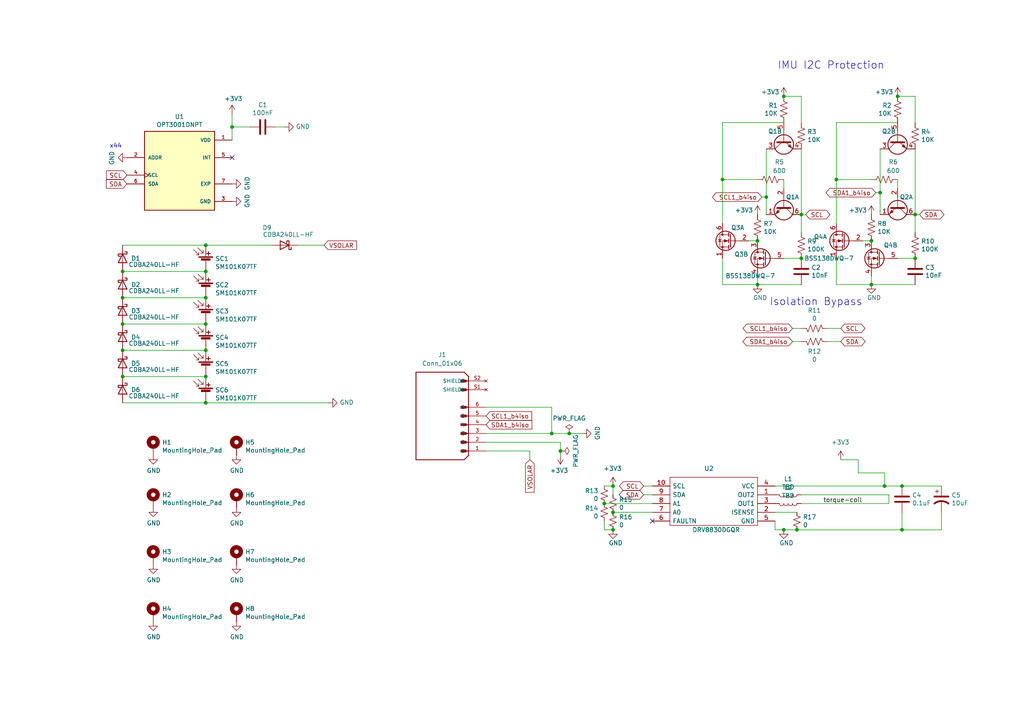
<source format=kicad_sch>
(kicad_sch (version 20211123) (generator eeschema)
  (paper "A4")
  (title_block (title "Solar Panel Board +-X") (date "2021-08-03") (rev "V0") (company "Stanford SSI"))
  (lib_symbols
    (symbol "Device:C" (pin_numbers hide) (pin_names (offset 0.254))
      (property "Reference" "C" (at 0.635 2.54 0))
      (property "Value" "Device_C" (at 0.635 -2.54 0))
      (symbol "C_0_1"
        (polyline (pts (xy -2.032 -0.762) (xy 2.032 -0.762)) (stroke (width 0.508)))
        (polyline (pts (xy -2.032 0.762) (xy 2.032 0.762)) (stroke (width 0.508)))
      )
      (symbol "C_1_1"
        (pin passive line (at 0 3.81 270) (length 2.794) (name "~") (number "1"))
        (pin passive line (at 0 -3.81 90) (length 2.794) (name "~") (number "2"))
      )
    )
    (symbol "Device:CP1" (pin_numbers hide) (pin_names (offset 0.254) hide)
      (property "Reference" "C" (at 0.635 2.54 0))
      (property "Value" "Device_CP1" (at 0.635 -2.54 0))
      (symbol "CP1_0_1"
        (polyline (pts (xy -2.032 0.762) (xy 2.032 0.762)) (stroke (width 0.508)))
        (polyline (pts (xy -1.778 2.286) (xy -0.762 2.286)))
        (polyline (pts (xy -1.27 1.778) (xy -1.27 2.794)))
        (arc (start 2.032 -1.27) (mid 0 -0.5572) (end -2.032 -1.27) (stroke (width 0.508)))
      )
      (symbol "CP1_1_1"
        (pin passive line (at 0 3.81 270) (length 2.794) (name "~") (number "1"))
        (pin passive line (at 0 -3.81 90) (length 3.302) (name "~") (number "2"))
      )
    )
    (symbol "Device:D_Schottky" (pin_numbers hide) (pin_names (offset 1.016) hide)
      (property "Reference" "D" (at 0 2.54 0))
      (property "Value" "Device_D_Schottky" (at 0 -2.54 0))
      (symbol "D_Schottky_0_1"
        (polyline (pts (xy 1.27 0) (xy -1.27 0)))
        (polyline (pts (xy 1.27 1.27) (xy 1.27 -1.27) (xy -1.27 0) (xy 1.27 1.27)) (stroke (width 0.254)))
        (polyline (pts (xy -1.905 0.635) (xy -1.905 1.27) (xy -1.27 1.27) (xy -1.27 -1.27) (xy -0.635 -1.27) (xy -0.635 -0.635)) (stroke (width 0.254)))
      )
      (symbol "D_Schottky_1_1"
        (pin passive line (at -3.81 0 0) (length 2.54) (name "K") (number "1"))
        (pin passive line (at 3.81 0 180) (length 2.54) (name "A") (number "2"))
      )
    )
    (symbol "Device:L" (pin_numbers hide) (pin_names (offset 1.016) hide)
      (property "Reference" "L" (at -1.27 0 90))
      (property "Value" "L" (at 1.905 0 90))
      (symbol "L_0_1"
        (arc (start 0 -2.54) (mid 0.635 -1.905) (end 0 -1.27))
        (arc (start 0 -1.27) (mid 0.635 -0.635) (end 0 0))
        (arc (start 0 0) (mid 0.635 0.635) (end 0 1.27))
        (arc (start 0 1.27) (mid 0.635 1.905) (end 0 2.54))
      )
      (symbol "L_1_1"
        (pin passive line (at 0 3.81 270) (length 1.27) (name "1") (number "1"))
        (pin passive line (at 0 -3.81 90) (length 1.27) (name "2") (number "2"))
      )
    )
    (symbol "Device:R_Small_US" (pin_numbers hide) (pin_names (offset 0.254) hide)
      (property "Reference" "R" (at 0.762 0.508 0))
      (property "Value" "R_Small_US" (at 0.762 -1.016 0))
      (symbol "R_Small_US_1_1"
        (polyline (pts (xy 0 0) (xy 1.016 -0.381) (xy 0 -0.762) (xy -1.016 -1.143) (xy 0 -1.524)))
        (polyline (pts (xy 0 1.524) (xy 1.016 1.143) (xy 0 0.762) (xy -1.016 0.381) (xy 0 0)))
        (pin passive line (at 0 2.54 270) (length 1.016) (name "~") (number "1"))
        (pin passive line (at 0 -2.54 90) (length 1.016) (name "~") (number "2"))
      )
    )
    (symbol "Device:R_US" (pin_numbers hide) (pin_names (offset 0))
      (property "Reference" "R" (at 2.54 0 90))
      (property "Value" "Device_R_US" (at -2.54 0 90))
      (symbol "R_US_0_1"
        (polyline (pts (xy 0 -2.286) (xy 0 -2.54)))
        (polyline (pts (xy 0 2.286) (xy 0 2.54)))
        (polyline (pts (xy 0 -0.762) (xy 1.016 -1.143) (xy 0 -1.524) (xy -1.016 -1.905) (xy 0 -2.286)))
        (polyline (pts (xy 0 0.762) (xy 1.016 0.381) (xy 0 0) (xy -1.016 -0.381) (xy 0 -0.762)))
        (polyline (pts (xy 0 2.286) (xy 1.016 1.905) (xy 0 1.524) (xy -1.016 1.143) (xy 0 0.762)))
      )
      (symbol "R_US_1_1"
        (pin passive line (at 0 3.81 270) (length 1.27) (name "~") (number "1"))
        (pin passive line (at 0 -3.81 90) (length 1.27) (name "~") (number "2"))
      )
    )
    (symbol "Device:Solar_Cell" (pin_numbers hide) (pin_names (offset 0) hide)
      (property "Reference" "SC" (at 2.54 2.54 0))
      (property "Value" "Device_Solar_Cell" (at 2.54 0 0))
      (symbol "Solar_Cell_0_1"
        (rectangle (start -2.032 1.778) (end 2.032 1.524) (fill (type outline)))
        (rectangle (start -1.3208 1.1938) (end 1.27 0.6858) (fill (type outline)))
        (polyline (pts (xy -2.032 2.286) (xy -3.556 3.81)))
        (polyline (pts (xy -0.762 2.794) (xy -2.286 4.318)))
        (polyline (pts (xy 0 0.762) (xy 0 0)))
        (polyline (pts (xy 0 1.778) (xy 0 2.54)))
        (polyline (pts (xy 0.254 2.667) (xy 1.27 2.667)) (stroke (width 0.254)))
        (polyline (pts (xy 0.762 3.175) (xy 0.762 2.159)) (stroke (width 0.254)))
        (polyline (pts (xy -2.032 3.048) (xy -2.032 2.286) (xy -2.794 2.286)))
        (polyline (pts (xy -0.762 3.556) (xy -0.762 2.794) (xy -1.524 2.794)))
      )
      (symbol "Solar_Cell_1_1"
        (pin passive line (at 0 5.08 270) (length 2.54) (name "+") (number "1"))
        (pin passive line (at 0 -2.54 90) (length 2.54) (name "-") (number "2"))
      )
    )
    (symbol "Mechanical:MountingHole_Pad" (pin_numbers hide) (pin_names (offset 1.016) hide)
      (property "Reference" "H" (at 0 6.35 0))
      (property "Value" "Mechanical_MountingHole_Pad" (at 0 4.445 0))
      (symbol "MountingHole_Pad_0_1"
        (circle (center 0 1.27) (radius 1.27) (stroke (width 1.27)))
      )
      (symbol "MountingHole_Pad_1_1"
        (pin input line (at 0 -2.54 90) (length 2.54) (name "1") (number "1"))
      )
    )
    (symbol "Transistor_BJT:MBT2222ADW1T1" (pin_names (offset 0) hide)
      (property "Reference" "Q" (at 5.08 1.27 0))
      (property "Value" "MBT2222ADW1T1" (at 5.08 -1.27 0))
      (symbol "MBT2222ADW1T1_0_1"
        (polyline (pts (xy 0.635 0) (xy -2.54 0)))
        (polyline (pts (xy 0.635 0.635) (xy 2.54 2.54)))
        (polyline (pts (xy 0.635 -0.635) (xy 2.54 -2.54) (xy 2.54 -2.54)))
        (polyline (pts (xy 0.635 1.905) (xy 0.635 -1.905) (xy 0.635 -1.905)) (stroke (width 0.508)))
        (polyline (pts (xy 1.27 -1.778) (xy 1.778 -1.27) (xy 2.286 -2.286) (xy 1.27 -1.778) (xy 1.27 -1.778)) (fill (type outline)))
        (circle (center 1.27 0) (radius 2.8194) (stroke (width 0.254)))
      )
      (symbol "MBT2222ADW1T1_1_1"
        (pin passive line (at 2.54 -5.08 90) (length 2.54) (name "E1") (number "1"))
        (pin input line (at -5.08 0 0) (length 2.54) (name "B1") (number "2"))
        (pin passive line (at 2.54 5.08 270) (length 2.54) (name "C1") (number "6"))
      )
      (symbol "MBT2222ADW1T1_2_1"
        (pin passive line (at 2.54 5.08 270) (length 2.54) (name "C2") (number "3"))
        (pin passive line (at 2.54 -5.08 90) (length 2.54) (name "E2") (number "4"))
        (pin input line (at -5.08 0 0) (length 2.54) (name "B2") (number "5"))
      )
    )
    (symbol "power:+3.3V" (power) (pin_names (offset 0))
      (property "Value" "power_+3.3V" (at 0 3.556 0))
      (symbol "+3.3V_0_1"
        (polyline (pts (xy -0.762 1.27) (xy 0 2.54)))
        (polyline (pts (xy 0 0) (xy 0 2.54)))
        (polyline (pts (xy 0 2.54) (xy 0.762 1.27)))
      )
      (symbol "+3.3V_1_1"
        (pin power_in line (at 0 0 90) (length 0) hide (name "+3V3") (number "1"))
      )
    )
    (symbol "power:GND" (power) (pin_names (offset 0))
      (property "Value" "power_GND" (at 0 -3.81 0))
      (symbol "GND_0_1"
        (polyline (pts (xy 0 0) (xy 0 -1.27) (xy 1.27 -1.27) (xy 0 -2.54) (xy -1.27 -1.27) (xy 0 -1.27)))
      )
      (symbol "GND_1_1"
        (pin power_in line (at 0 0 270) (length 0) hide (name "GND") (number "1"))
      )
    )
    (symbol "power:PWR_FLAG" (power) (pin_numbers hide) (pin_names (offset 0) hide)
      (property "Value" "power_PWR_FLAG" (at 0 3.81 0))
      (symbol "PWR_FLAG_0_0"
        (pin power_out line (at 0 0 90) (length 0) (name "pwr") (number "1"))
      )
      (symbol "PWR_FLAG_0_1"
        (polyline (pts (xy 0 0) (xy 0 1.27) (xy -1.016 1.905) (xy 0 2.54) (xy 1.016 1.905) (xy 0 1.27)))
      )
    )
    (symbol "sapling:2053380006" (pin_names (offset 1.016))
      (property "Reference" "J" (at -7.62 13.97 0))
      (property "Value" "sapling_2053380006" (at -7.62 -15.24 0))
      (symbol "2053380006_0_0"
        (rectangle (start -6.985 -10.4648) (end -5.3848 -9.8298) (fill (type outline)))
        (rectangle (start -6.985 -7.9248) (end -5.3848 -7.2898) (fill (type outline)))
        (rectangle (start -6.985 -2.8448) (end -5.3848 -2.2098) (fill (type outline)))
        (rectangle (start -6.985 -0.3048) (end -5.3848 0.3048) (fill (type outline)))
        (rectangle (start -6.985 2.2098) (end -5.3848 2.8448) (fill (type outline)))
        (rectangle (start -6.985 4.7498) (end -5.3848 5.3848) (fill (type outline)))
        (rectangle (start -6.985 7.2898) (end -5.3848 7.9248) (fill (type outline)))
        (rectangle (start -6.985 9.8298) (end -5.3848 10.4648) (fill (type outline)))
        (polyline (pts (xy -7.62 -11.43) (xy -6.35 -12.7)) (stroke (width 0.254)))
        (polyline (pts (xy -7.62 -10.16) (xy -5.715 -10.16)) (stroke (width 0.254)))
        (polyline (pts (xy -7.62 -7.62) (xy -5.715 -7.62)) (stroke (width 0.254)))
        (polyline (pts (xy -7.62 -2.54) (xy -7.62 -11.43)) (stroke (width 0.254)))
        (polyline (pts (xy -7.62 -2.54) (xy -5.715 -2.54)) (stroke (width 0.254)))
        (polyline (pts (xy -7.62 0) (xy -7.62 -2.54)) (stroke (width 0.254)))
        (polyline (pts (xy -7.62 0) (xy -5.715 0)) (stroke (width 0.254)))
        (polyline (pts (xy -7.62 2.54) (xy -7.62 0)) (stroke (width 0.254)))
        (polyline (pts (xy -7.62 2.54) (xy -5.715 2.54)) (stroke (width 0.254)))
        (polyline (pts (xy -7.62 5.08) (xy -7.62 2.54)) (stroke (width 0.254)))
        (polyline (pts (xy -7.62 5.08) (xy -5.715 5.08)) (stroke (width 0.254)))
        (polyline (pts (xy -7.62 7.62) (xy -5.715 7.62)) (stroke (width 0.254)))
        (polyline (pts (xy -7.62 10.16) (xy -5.715 10.16)) (stroke (width 0.254)))
        (polyline (pts (xy -7.62 11.43) (xy -7.62 5.08)) (stroke (width 0.254)))
        (polyline (pts (xy -7.62 11.43) (xy -6.35 12.7)) (stroke (width 0.254)))
        (polyline (pts (xy -6.35 -12.7) (xy 7.62 -12.7)) (stroke (width 0.254)))
        (polyline (pts (xy 7.62 -12.7) (xy 7.62 12.7)) (stroke (width 0.254)))
        (polyline (pts (xy 7.62 12.7) (xy -6.35 12.7)) (stroke (width 0.254)))
        (pin passive line (at -12.7 10.16 0) (length 5.08) (name "1") (number "1"))
        (pin passive line (at -12.7 7.62 0) (length 5.08) (name "2") (number "2"))
        (pin passive line (at -12.7 5.08 0) (length 5.08) (name "3") (number "3"))
        (pin passive line (at -12.7 2.54 0) (length 5.08) (name "4") (number "4"))
        (pin passive line (at -12.7 0 0) (length 5.08) (name "5") (number "5"))
        (pin passive line (at -12.7 -2.54 0) (length 5.08) (name "6") (number "6"))
        (pin no_connect line (at -12.7 -7.62 0) (length 5.08) (name "SHIELD1") (number "S1"))
        (pin no_connect line (at -12.7 -10.16 0) (length 5.08) (name "SHIELD2") (number "S2"))
      )
    )
    (symbol "sapling:BSS138DWQ-7" (pin_names (offset 0.762) hide)
      (property "Reference" "Q" (at -2.54 5.08 0))
      (property "Value" "BSS138DWQ-7" (at 3.81 6.35 0))
      (symbol "BSS138DWQ-7_1_1"
        (polyline (pts (xy -1.016 0) (xy -3.81 0)))
        (polyline (pts (xy -1.016 1.905) (xy -1.016 -1.905)) (stroke (width 0.254)))
        (polyline (pts (xy -0.508 -1.27) (xy -0.508 -2.286)) (stroke (width 0.254)))
        (polyline (pts (xy -0.508 0.508) (xy -0.508 -0.508)) (stroke (width 0.254)))
        (polyline (pts (xy -0.508 2.286) (xy -0.508 1.27)) (stroke (width 0.254)))
        (polyline (pts (xy 1.27 2.54) (xy 1.27 1.778)))
        (polyline (pts (xy 1.27 -2.54) (xy 1.27 0) (xy -0.508 0)))
        (polyline (pts (xy -0.508 -1.778) (xy 2.032 -1.778) (xy 2.032 1.778) (xy -0.508 1.778)))
        (polyline (pts (xy -0.254 0) (xy 0.762 0.381) (xy 0.762 -0.381) (xy -0.254 0)) (fill (type outline)))
        (polyline (pts (xy 1.524 0.508) (xy 1.651 0.381) (xy 2.413 0.381) (xy 2.54 0.254)))
        (polyline (pts (xy 2.032 0.381) (xy 1.651 -0.254) (xy 2.413 -0.254) (xy 2.032 0.381)))
        (circle (center 0.381 0) (radius 2.794) (stroke (width 0.254)))
        (circle (center 1.27 -1.778) (radius 0.254) (fill (type outline)))
        (circle (center 1.27 1.778) (radius 0.254) (fill (type outline)))
        (pin passive line (at 1.27 -5.08 90) (length 2.54) (name "S2") (number "1"))
        (pin input line (at -6.35 0 0) (length 2.54) (name "G2") (number "2"))
        (pin passive line (at 1.27 5.08 270) (length 2.54) (name "D1") (number "6"))
      )
      (symbol "BSS138DWQ-7_2_1"
        (polyline (pts (xy -1.016 0) (xy -3.81 0)))
        (polyline (pts (xy -1.016 1.905) (xy -1.016 -1.905)) (stroke (width 0.254)))
        (polyline (pts (xy -0.508 -1.27) (xy -0.508 -2.286)) (stroke (width 0.254)))
        (polyline (pts (xy -0.508 0.508) (xy -0.508 -0.508)) (stroke (width 0.254)))
        (polyline (pts (xy -0.508 2.286) (xy -0.508 1.27)) (stroke (width 0.254)))
        (polyline (pts (xy 1.27 2.54) (xy 1.27 1.778)))
        (polyline (pts (xy 1.27 -2.54) (xy 1.27 0) (xy -0.508 0)))
        (polyline (pts (xy -0.508 -1.778) (xy 2.032 -1.778) (xy 2.032 1.778) (xy -0.508 1.778)))
        (polyline (pts (xy -0.254 0) (xy 0.762 0.381) (xy 0.762 -0.381) (xy -0.254 0)) (fill (type outline)))
        (polyline (pts (xy 1.524 0.508) (xy 1.651 0.381) (xy 2.413 0.381) (xy 2.54 0.254)))
        (polyline (pts (xy 2.032 0.381) (xy 1.651 -0.254) (xy 2.413 -0.254) (xy 2.032 0.381)))
        (circle (center 0.381 0) (radius 2.794) (stroke (width 0.254)))
        (circle (center 1.27 -1.778) (radius 0.254) (fill (type outline)))
        (circle (center 1.27 1.778) (radius 0.254) (fill (type outline)))
        (pin passive line (at 1.27 5.08 270) (length 2.54) (name "D2") (number "3"))
        (pin passive line (at 1.27 -5.08 90) (length 2.54) (name "S1") (number "4"))
        (pin input line (at -6.35 0 0) (length 2.54) (name "G1") (number "5"))
      )
    )
    (symbol "sapling:OPT3001DNPT" (pin_names (offset 1.016))
      (property "Reference" "U" (at -10.16 13.97 0))
      (property "Value" "sapling_OPT3001DNPT" (at -6.35 -12.7 0))
      (symbol "OPT3001DNPT_0_0"
        (rectangle (start -10.16 -10.16) (end 10.16 12.7) (stroke (width 0.254)) (fill (type background)))
        (pin power_in line (at 15.24 10.16 180) (length 5.08) (name "VDD") (number "1"))
        (pin input line (at -15.24 5.08 0) (length 5.08) (name "ADDR") (number "2"))
        (pin power_in line (at 15.24 -7.62 180) (length 5.08) (name "GND") (number "3"))
        (pin input clock (at -15.24 0 0) (length 5.08) (name "SCL") (number "4"))
        (pin output line (at 15.24 5.08 180) (length 5.08) (name "INT") (number "5"))
        (pin bidirectional line (at -15.24 -2.54 0) (length 5.08) (name "SDA") (number "6"))
        (pin passive line (at 15.24 -2.54 180) (length 5.08) (name "EXP") (number "7"))
      )
    )
    (symbol "sapling:symbols_DRV8830DGQR" (pin_names (offset 0.762))
      (property "Reference" "U" (at 0 10.16 0))
      (property "Value" "symbols_DRV8830DGQR" (at -7.62 -7.62 0))
      (symbol "symbols_DRV8830DGQR_0_0"
        (pin output line (at -17.78 2.54 0) (length 5.08) (name "OUT2") (number "1"))
        (pin input line (at 17.78 5.08 180) (length 5.08) (name "SCL") (number "10"))
        (pin bidirectional line (at -17.78 -2.54 0) (length 5.08) (name "ISENSE") (number "2"))
        (pin output line (at -17.78 0 0) (length 5.08) (name "OUT1") (number "3"))
        (pin power_in line (at -17.78 5.08 0) (length 5.08) (name "VCC") (number "4"))
        (pin power_in line (at -17.78 -5.08 0) (length 5.08) (name "GND") (number "5"))
        (pin open_collector line (at 17.78 -5.08 180) (length 5.08) (name "FAULTN") (number "6"))
        (pin input line (at 17.78 -2.54 180) (length 5.08) (name "A0") (number "7"))
        (pin input line (at 17.78 0 180) (length 5.08) (name "A1") (number "8"))
        (pin bidirectional line (at 17.78 2.54 180) (length 5.08) (name "SDA") (number "9"))
      )
      (symbol "symbols_DRV8830DGQR_0_1"
        (rectangle (start -12.7 7.62) (end 12.7 -6.35))
      )
    )
  )
  (junction (at 67.31 36.83))
  (junction (at 265.43 74.93))
  (junction (at 35.56 101.6))
  (junction (at 260.35 27.94))
  (junction (at 177.8 140.97))
  (junction (at 261.62 153.67))
  (junction (at 59.69 78.74))
  (junction (at 242.57 52.07))
  (junction (at 35.56 86.36))
  (junction (at 232.41 62.23))
  (junction (at 175.26 146.05))
  (junction (at 177.8 148.59))
  (junction (at 265.43 62.23))
  (junction (at 59.69 109.22))
  (junction (at 59.69 101.6))
  (junction (at 222.25 57.15))
  (junction (at 35.56 78.74))
  (junction (at 219.71 69.85))
  (junction (at 256.54 140.97))
  (junction (at 227.33 27.94))
  (junction (at 35.56 93.98))
  (junction (at 59.69 86.36))
  (junction (at 261.62 140.97))
  (junction (at 59.69 116.84))
  (junction (at 160.02 125.73))
  (junction (at 255.27 55.88))
  (junction (at 35.56 109.22))
  (junction (at 231.14 153.67))
  (junction (at 252.73 69.85))
  (junction (at 177.8 153.67))
  (junction (at 59.69 93.98))
  (junction (at 219.71 82.55))
  (junction (at 209.55 52.07))
  (junction (at 165.1 125.73))
  (junction (at 59.69 71.12))
  (junction (at 232.41 74.93))
  (junction (at 252.73 82.55))
  (junction (at 162.56 130.81))
  (junction (at 227.33 153.67))
  (no_connect (at 67.31 45.72))
  (no_connect (at 189.23 151.13))
  (wire (pts (xy 177.8 143.51) (xy 177.8 140.97)))
  (wire (pts (xy 232.41 95.25) (xy 229.87 95.25)))
  (wire (pts (xy 189.23 148.59) (xy 177.8 148.59)))
  (wire (pts (xy 162.56 130.81) (xy 162.56 132.08)))
  (wire (pts (xy 219.71 82.55) (xy 232.41 82.55)))
  (wire (pts (xy 242.57 74.93) (xy 242.57 82.55)))
  (wire (pts (xy 243.84 95.25) (xy 240.03 95.25)))
  (wire (pts (xy 260.35 74.93) (xy 265.43 74.93)))
  (wire (pts (xy 80.01 36.83) (xy 82.55 36.83)))
  (wire (pts (xy 186.69 143.51) (xy 189.23 143.51)))
  (wire (pts (xy 242.57 35.56) (xy 260.35 35.56)))
  (wire (pts (xy 233.68 62.23) (xy 232.41 62.23)))
  (wire (pts (xy 78.74 71.12) (xy 59.69 71.12)))
  (wire (pts (xy 243.84 133.35) (xy 248.92 133.35)))
  (wire (pts (xy 265.43 27.94) (xy 260.35 27.94)))
  (wire (pts (xy 186.69 140.97) (xy 189.23 140.97)))
  (wire (pts (xy 160.02 125.73) (xy 165.1 125.73)))
  (wire (pts (xy 243.84 99.06) (xy 240.03 99.06)))
  (wire (pts (xy 35.56 86.36) (xy 59.69 86.36)))
  (wire (pts (xy 35.56 109.22) (xy 59.69 109.22)))
  (wire (pts (xy 177.8 140.97) (xy 175.26 140.97)))
  (wire (pts (xy 140.97 125.73) (xy 160.02 125.73)))
  (wire (pts (xy 265.43 35.56) (xy 265.43 27.94)))
  (wire (pts (xy 224.79 151.13) (xy 224.79 153.67)))
  (wire (pts (xy 227.33 74.93) (xy 232.41 74.93)))
  (wire (pts (xy 273.05 153.67) (xy 261.62 153.67)))
  (wire (pts (xy 222.25 57.15) (xy 222.25 62.23)))
  (wire (pts (xy 222.25 43.18) (xy 222.25 57.15)))
  (wire (pts (xy 248.92 137.16) (xy 256.54 137.16)))
  (wire (pts (xy 220.98 57.15) (xy 222.25 57.15)))
  (wire (pts (xy 261.62 148.59) (xy 261.62 153.67)))
  (wire (pts (xy 86.36 71.12) (xy 93.98 71.12)))
  (wire (pts (xy 140.97 130.81) (xy 153.67 130.81)))
  (wire (pts (xy 265.43 43.18) (xy 265.43 62.23)))
  (wire (pts (xy 224.79 153.67) (xy 227.33 153.67)))
  (wire (pts (xy 35.56 71.12) (xy 59.69 71.12)))
  (wire (pts (xy 72.39 36.83) (xy 67.31 36.83)))
  (wire (pts (xy 175.26 146.05) (xy 189.23 146.05)))
  (wire (pts (xy 162.56 128.27) (xy 162.56 130.81)))
  (wire (pts (xy 254 55.88) (xy 255.27 55.88)))
  (wire (pts (xy 140.97 128.27) (xy 162.56 128.27)))
  (wire (pts (xy 219.71 82.55) (xy 219.71 80.01)))
  (wire (pts (xy 261.62 140.97) (xy 273.05 140.97)))
  (wire (pts (xy 231.14 148.59) (xy 224.79 148.59)))
  (wire (pts (xy 232.41 67.31) (xy 232.41 62.23)))
  (wire (pts (xy 255.27 55.88) (xy 255.27 62.23)))
  (wire (pts (xy 59.69 116.84) (xy 95.25 116.84)))
  (wire (pts (xy 67.31 40.64) (xy 67.31 36.83)))
  (wire (pts (xy 209.55 82.55) (xy 219.71 82.55)))
  (wire (pts (xy 227.33 54.61) (xy 227.33 52.07)))
  (wire (pts (xy 160.02 118.11) (xy 160.02 125.73)))
  (wire (pts (xy 209.55 74.93) (xy 209.55 82.55)))
  (wire (pts (xy 209.55 64.77) (xy 209.55 52.07)))
  (wire (pts (xy 165.1 125.73) (xy 168.91 125.73)))
  (wire (pts (xy 242.57 64.77) (xy 242.57 52.07)))
  (wire (pts (xy 224.79 140.97) (xy 256.54 140.97)))
  (wire (pts (xy 261.62 153.67) (xy 231.14 153.67)))
  (wire (pts (xy 35.56 78.74) (xy 59.69 78.74)))
  (wire (pts (xy 35.56 93.98) (xy 59.69 93.98)))
  (wire (pts (xy 242.57 82.55) (xy 252.73 82.55)))
  (wire (pts (xy 232.41 27.94) (xy 227.33 27.94)))
  (wire (pts (xy 232.41 43.18) (xy 232.41 62.23)))
  (wire (pts (xy 265.43 67.31) (xy 265.43 62.23)))
  (wire (pts (xy 209.55 35.56) (xy 209.55 52.07)))
  (wire (pts (xy 242.57 52.07) (xy 242.57 35.56)))
  (wire (pts (xy 252.73 82.55) (xy 252.73 80.01)))
  (wire (pts (xy 257.81 146.05) (xy 232.41 146.05)))
  (wire (pts (xy 175.26 151.13) (xy 175.26 153.67)))
  (wire (pts (xy 140.97 118.11) (xy 160.02 118.11)))
  (wire (pts (xy 175.26 153.67) (xy 177.8 153.67)))
  (wire (pts (xy 257.81 143.51) (xy 257.81 146.05)))
  (wire (pts (xy 35.56 116.84) (xy 59.69 116.84)))
  (wire (pts (xy 266.7 62.23) (xy 265.43 62.23)))
  (wire (pts (xy 256.54 137.16) (xy 256.54 140.97)))
  (wire (pts (xy 232.41 143.51) (xy 257.81 143.51)))
  (wire (pts (xy 227.33 153.67) (xy 231.14 153.67)))
  (wire (pts (xy 255.27 43.18) (xy 255.27 55.88)))
  (wire (pts (xy 252.73 69.85) (xy 250.19 69.85)))
  (wire (pts (xy 219.71 69.85) (xy 217.17 69.85)))
  (wire (pts (xy 265.43 82.55) (xy 252.73 82.55)))
  (wire (pts (xy 67.31 36.83) (xy 67.31 33.02)))
  (wire (pts (xy 252.73 52.07) (xy 242.57 52.07)))
  (wire (pts (xy 248.92 137.16) (xy 248.92 133.35)))
  (wire (pts (xy 153.67 130.81) (xy 153.67 133.35)))
  (wire (pts (xy 260.35 54.61) (xy 260.35 52.07)))
  (wire (pts (xy 232.41 35.56) (xy 232.41 27.94)))
  (wire (pts (xy 232.41 99.06) (xy 229.87 99.06)))
  (wire (pts (xy 35.56 101.6) (xy 59.69 101.6)))
  (wire (pts (xy 209.55 35.56) (xy 227.33 35.56)))
  (wire (pts (xy 256.54 140.97) (xy 261.62 140.97)))
  (wire (pts (xy 219.71 52.07) (xy 209.55 52.07)))
  (wire (pts (xy 273.05 148.59) (xy 273.05 153.67)))
  (text "x44" (at 31.75 43.18 0) (effects (font (size 1.27 1.27)) (justify left bottom)))
  (text "Isolation Bypass" (at 250.19 88.9 180) (effects (font (size 2.159 2.159)) (justify right bottom)))
  (text "IMU I2C Protection" (at 256.54 20.32 180) (effects (font (size 2.159 2.159)) (justify right bottom)))
  (label "torque-coil" (at 238.76 146.05 0))
  (global_label "SDA" (shape bidirectional) (at 186.69 143.51 180) (property "Intersheet References" "${INTERSHEET_REFS}" (effects hide)))
  (global_label "VSOLAR" (shape input) (at 93.98 71.12 0) (property "Intersheet References" "${INTERSHEET_REFS}" (effects hide)))
  (global_label "SCL1_b4iso" (shape input) (at 140.97 120.65 0) (property "Intersheet References" "${INTERSHEET_REFS}" (effects hide)))
  (global_label "VSOLAR" (shape input) (at 153.67 133.35 270) (property "Intersheet References" "${INTERSHEET_REFS}" (effects hide)))
  (global_label "SCL1_b4iso" (shape bidirectional) (at 229.87 95.25 180) (property "Intersheet References" "${INTERSHEET_REFS}" (effects hide)))
  (global_label "SDA1_b4iso" (shape input) (at 140.97 123.19 0) (property "Intersheet References" "${INTERSHEET_REFS}" (effects hide)))
  (global_label "SCL" (shape bidirectional) (at 233.68 62.23 0) (property "Intersheet References" "${INTERSHEET_REFS}" (effects hide)))
  (global_label "SCL" (shape bidirectional) (at 243.84 95.25 0) (property "Intersheet References" "${INTERSHEET_REFS}" (effects hide)))
  (global_label "SDA1_b4iso" (shape bidirectional) (at 254 55.88 180) (property "Intersheet References" "${INTERSHEET_REFS}" (effects hide)))
  (global_label "SDA1_b4iso" (shape bidirectional) (at 229.87 99.06 180) (property "Intersheet References" "${INTERSHEET_REFS}" (effects hide)))
  (global_label "SCL1_b4iso" (shape bidirectional) (at 220.98 57.15 180) (property "Intersheet References" "${INTERSHEET_REFS}" (effects hide)))
  (global_label "SDA" (shape bidirectional) (at 243.84 99.06 0) (property "Intersheet References" "${INTERSHEET_REFS}" (effects hide)))
  (global_label "SCL" (shape bidirectional) (at 186.69 140.97 180) (property "Intersheet References" "${INTERSHEET_REFS}" (effects hide)))
  (global_label "SCL" (shape input) (at 36.83 50.8 180) (property "Intersheet References" "${INTERSHEET_REFS}" (effects hide)))
  (global_label "SDA" (shape bidirectional) (at 266.7 62.23 0) (property "Intersheet References" "${INTERSHEET_REFS}" (effects hide)))
  (global_label "SDA" (shape input) (at 36.83 53.34 180) (property "Intersheet References" "${INTERSHEET_REFS}" (effects hide)))
  (symbol (lib_id "Device:D_Schottky") (at 35.56 74.93 270) (unit 1)
    (property "Reference" "D1" (at 39.37 74.93 90))
    (property "Value" "CDBA240LL-HF" (at 52.07 77.47 90) (effects (justify right bottom)))
    (property "Footprint" "sapling:DO-214AC" (effects hide))
  )
  (symbol (lib_id "Device:D_Schottky") (at 82.55 71.12 180) (unit 1)
    (property "Reference" "D9" (at 77.47 66.04 0))
    (property "Value" "CDBA240LL-HF" (at 76.2 67.31 0) (effects (justify right bottom)))
    (property "Footprint" "sapling:DO-214AC" (effects hide))
  )
  (symbol (lib_id "Device:D_Schottky") (at 35.56 82.55 270) (unit 1)
    (property "Reference" "D2" (at 39.37 82.55 90))
    (property "Value" "CDBA240LL-HF" (at 52.07 85.09 90) (effects (justify right bottom)))
    (property "Footprint" "sapling:DO-214AC" (effects hide))
  )
  (symbol (lib_id "Device:Solar_Cell") (at 59.69 83.82 0) (unit 1)
    (property "Reference" "SC2" (at 62.4332 82.6516 0) (effects (justify left)))
    (property "Value" "SM101K07TF" (at 62.4332 84.963 0) (effects (justify left)))
    (property "Footprint" "sapling:SM101K07TF" (effects hide))
  )
  (symbol (lib_id "Device:D_Schottky") (at 35.56 90.17 270) (unit 1)
    (property "Reference" "D3" (at 39.37 90.17 90))
    (property "Value" "CDBA240LL-HF" (at 52.07 92.71 90) (effects (justify right bottom)))
    (property "Footprint" "sapling:DO-214AC" (effects hide))
  )
  (symbol (lib_id "Device:Solar_Cell") (at 59.69 91.44 0) (unit 1)
    (property "Reference" "SC3" (at 62.4332 90.2716 0) (effects (justify left)))
    (property "Value" "SM101K07TF" (at 62.4332 92.583 0) (effects (justify left)))
    (property "Footprint" "sapling:SM101K07TF" (effects hide))
  )
  (symbol (lib_id "Device:D_Schottky") (at 35.56 97.79 270) (unit 1)
    (property "Reference" "D4" (at 39.37 97.79 90))
    (property "Value" "CDBA240LL-HF" (at 52.07 100.33 90) (effects (justify right bottom)))
    (property "Footprint" "sapling:DO-214AC" (effects hide))
  )
  (symbol (lib_id "Device:Solar_Cell") (at 59.69 99.06 0) (unit 1)
    (property "Reference" "SC4" (at 62.4332 97.8916 0) (effects (justify left)))
    (property "Value" "SM101K07TF" (at 62.4332 100.203 0) (effects (justify left)))
    (property "Footprint" "sapling:SM101K07TF" (effects hide))
  )
  (symbol (lib_id "sapling:OPT3001DNPT") (at 52.07 50.8 0) (unit 1)
    (property "Reference" "U1" (at 52.07 33.8582 0))
    (property "Value" "OPT3001DNPT" (at 52.07 36.1696 0))
    (property "Footprint" "sapling:OPT3001" (effects hide))
    (property "STANDARD" "IPC 7351B" (effects hide))
  )
  (symbol (lib_id "Device:C") (at 76.2 36.83 90) (unit 1)
    (property "Reference" "C1" (at 76.2 30.4292 90))
    (property "Value" "100nF" (at 76.2 32.7406 90))
    (property "Footprint" "Capacitor_SMD:C_0603_1608Metric" (effects hide))
  )
  (symbol (lib_id "power:GND") (at 67.31 53.34 90) (unit 1)
    (property "Reference" "#PWR0101" (effects hide))
    (property "Value" "GND" (at 71.7042 53.213 0))
  )
  (symbol (lib_id "Device:Solar_Cell") (at 59.69 76.2 0) (unit 1)
    (property "Reference" "SC1" (at 62.4332 75.0316 0) (effects (justify left)))
    (property "Value" "SM101K07TF" (at 62.4332 77.343 0) (effects (justify left)))
    (property "Footprint" "sapling:SM101K07TF" (effects hide))
  )
  (symbol (lib_id "Device:D_Schottky") (at 35.56 105.41 270) (unit 1)
    (property "Reference" "D5" (at 39.37 105.41 90))
    (property "Value" "CDBA240LL-HF" (at 52.07 107.95 90) (effects (justify right bottom)))
    (property "Footprint" "sapling:DO-214AC" (effects hide))
  )
  (symbol (lib_id "Device:Solar_Cell") (at 59.69 106.68 0) (unit 1)
    (property "Reference" "SC5" (at 62.4332 105.5116 0) (effects (justify left)))
    (property "Value" "SM101K07TF" (at 62.4332 107.823 0) (effects (justify left)))
    (property "Footprint" "sapling:SM101K07TF" (effects hide))
  )
  (symbol (lib_id "Device:D_Schottky") (at 35.56 113.03 270) (unit 1)
    (property "Reference" "D6" (at 39.37 113.03 90))
    (property "Value" "CDBA240LL-HF" (at 52.07 115.57 90) (effects (justify right bottom)))
    (property "Footprint" "sapling:DO-214AC" (effects hide))
  )
  (symbol (lib_id "Device:Solar_Cell") (at 59.69 114.3 0) (unit 1)
    (property "Reference" "SC6" (at 62.4332 113.1316 0) (effects (justify left)))
    (property "Value" "SM101K07TF" (at 62.4332 115.443 0) (effects (justify left)))
    (property "Footprint" "sapling:SM101K07TF" (effects hide))
  )
  (symbol (lib_id "power:+3.3V") (at 67.31 33.02 0) (unit 1)
    (property "Reference" "#PWR0102" (effects hide))
    (property "Value" "+3.3V" (at 67.691 28.6258 0))
  )
  (symbol (lib_id "power:GND") (at 82.55 36.83 90) (unit 1)
    (property "Reference" "#PWR0103" (effects hide))
    (property "Value" "GND" (at 85.8012 36.703 90) (effects (justify right)))
  )
  (symbol (lib_id "power:GND") (at 36.83 45.72 270) (unit 1)
    (property "Reference" "#PWR0108" (effects hide))
    (property "Value" "GND" (at 32.4358 45.847 0))
  )
  (symbol (lib_id "power:GND") (at 95.25 116.84 90) (unit 1)
    (property "Reference" "#PWR0109" (effects hide))
    (property "Value" "GND" (at 98.5012 116.713 90) (effects (justify right)))
  )
  (symbol (lib_id "sapling:2053380006") (at 128.27 120.65 180) (unit 1)
    (property "Reference" "J1" (at 128.27 102.87 0))
    (property "Value" "Conn_01x06" (at 128.27 105.41 0))
    (property "Footprint" "sapling:MOLEX_2053380006" (effects hide))
  )
  (symbol (lib_id "power:GND") (at 168.91 125.73 90) (unit 1)
    (property "Reference" "#PWR0110" (effects hide))
    (property "Value" "GND" (at 173.3042 125.603 0))
  )
  (symbol (lib_id "power:+3.3V") (at 162.56 132.08 180) (unit 1)
    (property "Reference" "#PWR0111" (effects hide))
    (property "Value" "+3.3V" (at 162.179 136.4742 0))
  )
  (symbol (lib_id "power:GND") (at 67.31 58.42 90) (unit 1)
    (property "Reference" "#PWR0112" (effects hide))
    (property "Value" "GND" (at 71.7042 58.293 0))
  )
  (symbol (lib_id "power:PWR_FLAG") (at 162.56 130.81 270) (unit 1)
    (property "Reference" "#FLG0101" (effects hide))
    (property "Value" "PWR_FLAG" (at 166.9542 130.81 0))
  )
  (symbol (lib_id "power:PWR_FLAG") (at 165.1 125.73 0) (unit 1)
    (property "Reference" "#FLG0102" (effects hide))
    (property "Value" "PWR_FLAG" (at 165.1 121.3358 0))
  )
  (symbol (lib_id "Mechanical:MountingHole_Pad") (at 44.45 129.54 0) (unit 1)
    (property "Reference" "H1" (at 46.99 128.2954 0) (effects (justify left)))
    (property "Value" "MountingHole_Pad" (at 46.99 130.6068 0) (effects (justify left)))
    (property "Footprint" "MountingHole:MountingHole_2.2mm_M2_DIN965_Pad_TopBottom" (effects hide))
  )
  (symbol (lib_id "power:GND") (at 44.45 132.08 0) (unit 1)
    (property "Reference" "#PWR01" (effects hide))
    (property "Value" "GND" (at 44.577 136.4742 0))
  )
  (symbol (lib_id "Mechanical:MountingHole_Pad") (at 68.58 129.54 0) (unit 1)
    (property "Reference" "H5" (at 71.12 128.2954 0) (effects (justify left)))
    (property "Value" "MountingHole_Pad" (at 71.12 130.6068 0) (effects (justify left)))
    (property "Footprint" "MountingHole:MountingHole_2.2mm_M2_DIN965_Pad_TopBottom" (effects hide))
  )
  (symbol (lib_id "power:GND") (at 68.58 132.08 0) (unit 1)
    (property "Reference" "#PWR05" (effects hide))
    (property "Value" "GND" (at 68.707 136.4742 0))
  )
  (symbol (lib_id "Mechanical:MountingHole_Pad") (at 44.45 144.78 0) (unit 1)
    (property "Reference" "H2" (at 46.99 143.5354 0) (effects (justify left)))
    (property "Value" "MountingHole_Pad" (at 46.99 145.8468 0) (effects (justify left)))
    (property "Footprint" "MountingHole:MountingHole_2.2mm_M2_DIN965_Pad_TopBottom" (effects hide))
  )
  (symbol (lib_id "power:GND") (at 44.45 147.32 0) (unit 1)
    (property "Reference" "#PWR02" (effects hide))
    (property "Value" "GND" (at 44.577 151.7142 0))
  )
  (symbol (lib_id "Mechanical:MountingHole_Pad") (at 68.58 144.78 0) (unit 1)
    (property "Reference" "H6" (at 71.12 143.5354 0) (effects (justify left)))
    (property "Value" "MountingHole_Pad" (at 71.12 145.8468 0) (effects (justify left)))
    (property "Footprint" "MountingHole:MountingHole_2.2mm_M2_DIN965_Pad_TopBottom" (effects hide))
  )
  (symbol (lib_id "power:GND") (at 68.58 147.32 0) (unit 1)
    (property "Reference" "#PWR06" (effects hide))
    (property "Value" "GND" (at 68.707 151.7142 0))
  )
  (symbol (lib_id "Mechanical:MountingHole_Pad") (at 44.45 161.29 0) (unit 1)
    (property "Reference" "H3" (at 46.99 160.0454 0) (effects (justify left)))
    (property "Value" "MountingHole_Pad" (at 46.99 162.3568 0) (effects (justify left)))
    (property "Footprint" "MountingHole:MountingHole_2.2mm_M2_DIN965_Pad_TopBottom" (effects hide))
  )
  (symbol (lib_id "power:GND") (at 44.45 163.83 0) (unit 1)
    (property "Reference" "#PWR03" (effects hide))
    (property "Value" "GND" (at 44.577 168.2242 0))
  )
  (symbol (lib_id "Mechanical:MountingHole_Pad") (at 68.58 161.29 0) (unit 1)
    (property "Reference" "H7" (at 71.12 160.0454 0) (effects (justify left)))
    (property "Value" "MountingHole_Pad" (at 71.12 162.3568 0) (effects (justify left)))
    (property "Footprint" "MountingHole:MountingHole_2.2mm_M2_DIN965_Pad_TopBottom" (effects hide))
  )
  (symbol (lib_id "power:GND") (at 68.58 163.83 0) (unit 1)
    (property "Reference" "#PWR07" (effects hide))
    (property "Value" "GND" (at 68.707 168.2242 0))
  )
  (symbol (lib_id "Mechanical:MountingHole_Pad") (at 44.45 177.8 0) (unit 1)
    (property "Reference" "H4" (at 46.99 176.5554 0) (effects (justify left)))
    (property "Value" "MountingHole_Pad" (at 46.99 178.8668 0) (effects (justify left)))
    (property "Footprint" "MountingHole:MountingHole_2.2mm_M2_DIN965_Pad_TopBottom" (effects hide))
  )
  (symbol (lib_id "power:GND") (at 44.45 180.34 0) (unit 1)
    (property "Reference" "#PWR04" (effects hide))
    (property "Value" "GND" (at 44.577 184.7342 0))
  )
  (symbol (lib_id "Mechanical:MountingHole_Pad") (at 68.58 177.8 0) (unit 1)
    (property "Reference" "H8" (at 71.12 176.5554 0) (effects (justify left)))
    (property "Value" "MountingHole_Pad" (at 71.12 178.8668 0) (effects (justify left)))
    (property "Footprint" "MountingHole:MountingHole_2.2mm_M2_DIN965_Pad_TopBottom" (effects hide))
  )
  (symbol (lib_id "power:GND") (at 68.58 180.34 0) (unit 1)
    (property "Reference" "#PWR08" (effects hide))
    (property "Value" "GND" (at 68.707 184.7342 0))
  )
  (symbol (lib_id "power:+3.3V") (at 219.71 62.23 0) (mirror y) (unit 1)
    (property "Reference" "#PWR0115" (effects hide))
    (property "Value" "+3.3V" (at 218.44 60.96 0) (effects (justify left)))
  )
  (symbol (lib_id "Transistor_BJT:MBT2222ADW1T1") (at 227.33 59.69 270) (unit 1)
    (property "Reference" "Q1" (at 229.87 57.15 90))
    (property "Value" "MBT2222ADW1T1" (effects hide))
    (property "Footprint" "Package_TO_SOT_SMD:SOT-363_SC-70-6" (effects hide))
    (property "Datasheet" "http://www.onsemi.com/pub_link/Collateral/MBT2222ADW1T1-D.PDF" (effects hide))
  )
  (symbol (lib_id "Transistor_BJT:MBT2222ADW1T1") (at 260.35 59.69 270) (unit 1)
    (property "Reference" "Q2" (at 262.89 57.15 90))
    (property "Value" "MBT2222ADW1T1" (effects hide))
    (property "Footprint" "Package_TO_SOT_SMD:SOT-363_SC-70-6" (effects hide))
    (property "Datasheet" "http://www.onsemi.com/pub_link/Collateral/MBT2222ADW1T1-D.PDF" (effects hide))
  )
  (symbol (lib_id "Device:R_US") (at 232.41 39.37 180) (unit 1)
    (property "Reference" "R3" (at 234.1372 38.2016 0) (effects (justify right)))
    (property "Value" "10K" (at 234.1372 40.513 0) (effects (justify right)))
    (property "Footprint" "Resistor_SMD:R_0603_1608Metric" (effects hide))
  )
  (symbol (lib_id "Device:C") (at 232.41 78.74 0) (unit 1)
    (property "Reference" "C2" (at 235.331 77.597 0) (effects (justify left)))
    (property "Value" "10nF" (at 235.331 79.883 0) (effects (justify left)))
    (property "Footprint" "Capacitor_SMD:C_0603_1608Metric" (effects hide))
  )
  (symbol (lib_id "Device:R_US") (at 265.43 39.37 180) (unit 1)
    (property "Reference" "R4" (at 267.1572 38.2016 0) (effects (justify right)))
    (property "Value" "10K" (at 267.1572 40.513 0) (effects (justify right)))
    (property "Footprint" "Resistor_SMD:R_0603_1608Metric" (effects hide))
  )
  (symbol (lib_id "Device:L") (at 228.6 143.51 270) (unit 1)
    (property "Reference" "L1" (at 228.6 138.9126 90))
    (property "Value" "TBD" (at 228.6 141.224 90))
    (property "Footprint" "Inductor_SMD:L_0603_1608Metric" (effects hide))
  )
  (symbol (lib_id "Device:R_Small_US") (at 175.26 143.51 180) (unit 1)
    (property "Reference" "R13" (at 173.5582 142.3416 0) (effects (justify left)))
    (property "Value" "0" (at 173.5582 144.653 0) (effects (justify left)))
    (property "Footprint" "Resistor_SMD:R_0402_1005Metric" (effects hide))
  )
  (symbol (lib_id "power:+3.3V") (at 227.33 27.94 0) (mirror y) (unit 1)
    (property "Reference" "#PWR0118" (effects hide))
    (property "Value" "+3.3V" (at 226.06 26.67 0) (effects (justify left)))
  )
  (symbol (lib_id "Device:R_US") (at 223.52 52.07 90) (unit 1)
    (property "Reference" "R5" (at 226.06 46.99 90))
    (property "Value" "600" (at 226.06 49.53 90))
    (property "Footprint" "Resistor_SMD:R_0603_1608Metric" (effects hide))
  )
  (symbol (lib_id "power:+3.3V") (at 260.35 27.94 0) (mirror y) (unit 1)
    (property "Reference" "#PWR0117" (effects hide))
    (property "Value" "+3.3V" (at 259.08 26.67 0) (effects (justify left)))
  )
  (symbol (lib_id "power:+3.3V") (at 252.73 62.23 0) (mirror y) (unit 1)
    (property "Reference" "#PWR0116" (effects hide))
    (property "Value" "+3.3V" (at 251.46 60.96 0) (effects (justify left)))
  )
  (symbol (lib_id "Device:CP1") (at 273.05 144.78 0) (unit 1)
    (property "Reference" "C5" (at 275.971 143.6116 0) (effects (justify left)))
    (property "Value" "10uF" (at 275.971 145.923 0) (effects (justify left)))
    (property "Footprint" "Capacitor_SMD:C_0805_2012Metric" (effects hide))
  )
  (symbol (lib_id "Device:R_Small_US") (at 177.8 146.05 180) (unit 1)
    (property "Reference" "R15" (at 179.5272 144.8816 0) (effects (justify right)))
    (property "Value" "0" (at 179.5272 147.193 0) (effects (justify right)))
    (property "Footprint" "Resistor_SMD:R_0402_1005Metric" (effects hide))
  )
  (symbol (lib_id "power:GND") (at 219.71 82.55 0) (mirror y) (unit 1)
    (property "Reference" "#PWR0113" (effects hide))
    (property "Value" "GND" (at 218.44 86.36 0) (effects (justify right)))
  )
  (symbol (lib_id "Device:R_US") (at 236.22 99.06 90) (mirror x) (unit 1)
    (property "Reference" "R12" (at 236.22 101.9302 90))
    (property "Value" "0" (at 236.22 104.2416 90))
    (property "Footprint" "Resistor_SMD:R_0603_1608Metric" (effects hide))
  )
  (symbol (lib_id "Device:R_US") (at 232.41 71.12 180) (unit 1)
    (property "Reference" "R9" (at 234.1372 69.9516 0) (effects (justify right)))
    (property "Value" "100K" (at 234.1372 72.263 0) (effects (justify right)))
    (property "Footprint" "Resistor_SMD:R_0603_1608Metric" (effects hide))
  )
  (symbol (lib_id "Device:R_US") (at 265.43 71.12 180) (unit 1)
    (property "Reference" "R10" (at 267.1572 69.9516 0) (effects (justify right)))
    (property "Value" "100K" (at 267.1572 72.263 0) (effects (justify right)))
    (property "Footprint" "Resistor_SMD:R_0603_1608Metric" (effects hide))
  )
  (symbol (lib_id "Device:R_US") (at 219.71 66.04 180) (unit 1)
    (property "Reference" "R7" (at 221.4372 64.8716 0) (effects (justify right)))
    (property "Value" "10K" (at 221.4372 67.183 0) (effects (justify right)))
    (property "Footprint" "Resistor_SMD:R_0603_1608Metric" (effects hide))
  )
  (symbol (lib_id "Device:C") (at 261.62 144.78 0) (unit 1)
    (property "Reference" "C4" (at 264.541 143.6116 0) (effects (justify left)))
    (property "Value" "0.1uF" (at 264.541 145.923 0) (effects (justify left)))
    (property "Footprint" "Capacitor_SMD:C_0402_1005Metric" (effects hide))
  )
  (symbol (lib_id "Device:R_US") (at 260.35 31.75 0) (unit 1)
    (property "Reference" "R2" (at 258.6228 30.5816 0) (effects (justify right)))
    (property "Value" "10K" (at 258.6228 32.893 0) (effects (justify right)))
    (property "Footprint" "Resistor_SMD:R_0603_1608Metric" (effects hide))
  )
  (symbol (lib_id "power:GND") (at 177.8 153.67 0) (mirror y) (unit 1)
    (property "Reference" "#PWR0106" (effects hide))
    (property "Value" "GND" (at 176.53 157.48 0) (effects (justify right)))
  )
  (symbol (lib_id "sapling:BSS138DWQ-7") (at 243.84 69.85 0) (mirror y) (unit 1)
    (property "Reference" "Q4" (at 239.903 68.6816 0) (effects (justify left)))
    (property "Value" "BSS138DWQ-7" (at 247.65 74.93 0) (effects (justify left)))
    (property "Footprint" "sapling:BSS138DWQ-7" (effects hide))
    (property "Datasheet" "https://www.diodes.com/assets/Datasheets/BSS138DWQ.pdf" (effects hide))
    (property "Description" "MOSFET BSS Family" (effects hide))
    (property "Height" "1.1" (effects hide))
    (property "Manufacturer_Name" "Diodes Inc." (effects hide))
    (property "Manufacturer_Part_Number" "BSS138DWQ-7" (effects hide))
    (property "Mouser Part Number" "621-BSS138DWQ-7" (effects hide))
    (property "Mouser Price/Stock" "https://www.mouser.co.uk/ProductDetail/Diodes-Incorporated/BSS138DWQ-7?qs=nJRy1mI8RR9wz3YdMQOQIA%3D%3D" (effects hide))
  )
  (symbol (lib_id "sapling:BSS138DWQ-7") (at 220.98 74.93 0) (mirror y) (unit 2)
    (property "Reference" "Q3" (at 217.043 73.7616 0) (effects (justify left)))
    (property "Value" "BSS138DWQ-7" (at 224.79 80.01 0) (effects (justify left)))
    (property "Footprint" "sapling:BSS138DWQ-7" (effects hide))
    (property "Datasheet" "https://www.diodes.com/assets/Datasheets/BSS138DWQ.pdf" (effects hide))
    (property "Description" "MOSFET BSS Family" (effects hide))
    (property "Height" "1.1" (effects hide))
    (property "Manufacturer_Name" "Diodes Inc." (effects hide))
    (property "Manufacturer_Part_Number" "BSS138DWQ-7" (effects hide))
    (property "Mouser Part Number" "621-BSS138DWQ-7" (effects hide))
    (property "Mouser Price/Stock" "https://www.mouser.co.uk/ProductDetail/Diodes-Incorporated/BSS138DWQ-7?qs=nJRy1mI8RR9wz3YdMQOQIA%3D%3D" (effects hide))
  )
  (symbol (lib_id "Transistor_BJT:MBT2222ADW1T1") (at 227.33 40.64 90) (mirror x) (unit 2)
    (property "Reference" "Q1" (at 224.79 38.1 90))
    (property "Value" "MBT2222ADW1T1" (effects hide))
    (property "Footprint" "Package_TO_SOT_SMD:SOT-363_SC-70-6" (effects hide))
    (property "Datasheet" "http://www.onsemi.com/pub_link/Collateral/MBT2222ADW1T1-D.PDF" (effects hide))
  )
  (symbol (lib_id "power:GND") (at 252.73 82.55 0) (mirror y) (unit 1)
    (property "Reference" "#PWR0114" (effects hide))
    (property "Value" "GND" (at 251.46 86.36 0) (effects (justify right)))
  )
  (symbol (lib_id "sapling:symbols_DRV8830DGQR") (at 207.01 146.05 0) (mirror y) (unit 1)
    (property "Reference" "U2" (at 207.01 135.89 0) (effects (justify left)))
    (property "Value" "DRV8830DGQR" (at 214.63 153.67 0) (effects (justify left)))
    (property "Footprint" "sapling:DRV8830DGQ" (effects hide))
    (property "Datasheet" "http://www.ti.com/lit/ds/symlink/drv8830.pdf" (effects hide))
    (property "Description" "DRV8830DGQR, Motor Driver, 1A Low Voltage Motor Driver, 2.75 to 6.8V, 10-Pin MSOP PowerPAD" (effects hide))
    (property "Height" "1.1" (effects hide))
    (property "Manufacturer_Name" "Texas Instruments" (effects hide))
    (property "Manufacturer_Part_Number" "DRV8830DGQR" (effects hide))
    (property "Mouser Part Number" "595-DRV8830DGQR" (effects hide))
    (property "Mouser Price/Stock" "https://www.mouser.com/Search/Refine.aspx?Keyword=595-DRV8830DGQR" (effects hide))
    (property "RS Part Number" "7300559P" (effects hide))
    (property "RS Price/Stock" "http://uk.rs-online.com/web/p/products/7300559P" (effects hide))
  )
  (symbol (lib_id "power:GND") (at 227.33 153.67 0) (mirror y) (unit 1)
    (property "Reference" "#PWR0105" (effects hide))
    (property "Value" "GND" (at 226.06 157.48 0) (effects (justify right)))
  )
  (symbol (lib_id "sapling:BSS138DWQ-7") (at 254 74.93 0) (mirror y) (unit 2)
    (property "Reference" "Q4" (at 260.35 71.12 0) (effects (justify left)))
    (property "Value" "BSS138DWQ-7" (effects hide))
    (property "Footprint" "sapling:BSS138DWQ-7" (effects hide))
    (property "Datasheet" "https://www.diodes.com/assets/Datasheets/BSS138DWQ.pdf" (effects hide))
    (property "Description" "MOSFET BSS Family" (effects hide))
    (property "Height" "1.1" (effects hide))
    (property "Manufacturer_Name" "Diodes Inc." (effects hide))
    (property "Manufacturer_Part_Number" "BSS138DWQ-7" (effects hide))
    (property "Mouser Part Number" "621-BSS138DWQ-7" (effects hide))
    (property "Mouser Price/Stock" "https://www.mouser.co.uk/ProductDetail/Diodes-Incorporated/BSS138DWQ-7?qs=nJRy1mI8RR9wz3YdMQOQIA%3D%3D" (effects hide))
  )
  (symbol (lib_id "Device:R_Small_US") (at 231.14 151.13 180) (unit 1)
    (property "Reference" "R17" (at 232.8672 149.9616 0) (effects (justify right)))
    (property "Value" "0" (at 232.8672 152.273 0) (effects (justify right)))
    (property "Footprint" "Resistor_SMD:R_0402_1005Metric" (effects hide))
  )
  (symbol (lib_id "Device:R_US") (at 252.73 66.04 180) (unit 1)
    (property "Reference" "R8" (at 254.4572 64.8716 0) (effects (justify right)))
    (property "Value" "10K" (at 254.4572 67.183 0) (effects (justify right)))
    (property "Footprint" "Resistor_SMD:R_0603_1608Metric" (effects hide))
  )
  (symbol (lib_id "Device:R_Small_US") (at 175.26 148.59 180) (unit 1)
    (property "Reference" "R14" (at 173.5582 147.4216 0) (effects (justify left)))
    (property "Value" "0" (at 173.5582 149.733 0) (effects (justify left)))
    (property "Footprint" "Resistor_SMD:R_0402_1005Metric" (effects hide))
  )
  (symbol (lib_id "Device:R_US") (at 256.54 52.07 270) (unit 1)
    (property "Reference" "R6" (at 259.08 46.99 90))
    (property "Value" "600" (at 259.08 49.53 90))
    (property "Footprint" "Resistor_SMD:R_0603_1608Metric" (effects hide))
  )
  (symbol (lib_id "power:+3.3V") (at 177.8 140.97 0) (mirror y) (unit 1)
    (property "Reference" "#PWR0107" (effects hide))
    (property "Value" "+3.3V" (at 180.34 135.89 0) (effects (justify left)))
  )
  (symbol (lib_id "Device:C") (at 265.43 78.74 0) (unit 1)
    (property "Reference" "C3" (at 268.351 77.597 0) (effects (justify left)))
    (property "Value" "10nF" (at 268.351 79.883 0) (effects (justify left)))
    (property "Footprint" "Capacitor_SMD:C_0603_1608Metric" (effects hide))
  )
  (symbol (lib_id "Device:R_US") (at 227.33 31.75 0) (unit 1)
    (property "Reference" "R1" (at 225.6028 30.5816 0) (effects (justify right)))
    (property "Value" "10K" (at 225.6028 32.893 0) (effects (justify right)))
    (property "Footprint" "Resistor_SMD:R_0603_1608Metric" (effects hide))
  )
  (symbol (lib_id "power:+3.3V") (at 243.84 133.35 0) (mirror y) (unit 1)
    (property "Reference" "#PWR0104" (effects hide))
    (property "Value" "+3.3V" (at 246.38 128.27 0) (effects (justify left)))
  )
  (symbol (lib_id "Device:R_Small_US") (at 177.8 151.13 180) (unit 1)
    (property "Reference" "R16" (at 179.5272 149.9616 0) (effects (justify right)))
    (property "Value" "0" (at 179.5272 152.273 0) (effects (justify right)))
    (property "Footprint" "Resistor_SMD:R_0402_1005Metric" (effects hide))
  )
  (symbol (lib_id "sapling:BSS138DWQ-7") (at 210.82 69.85 0) (mirror y) (unit 1)
    (property "Reference" "Q3" (at 215.9 66.04 0) (effects (justify left)))
    (property "Value" "BSS138DWQ-7" (effects hide))
    (property "Footprint" "sapling:BSS138DWQ-7" (effects hide))
    (property "Datasheet" "https://www.diodes.com/assets/Datasheets/BSS138DWQ.pdf" (effects hide))
    (property "Description" "MOSFET BSS Family" (effects hide))
    (property "Height" "1.1" (effects hide))
    (property "Manufacturer_Name" "Diodes Inc." (effects hide))
    (property "Manufacturer_Part_Number" "BSS138DWQ-7" (effects hide))
    (property "Mouser Part Number" "621-BSS138DWQ-7" (effects hide))
    (property "Mouser Price/Stock" "https://www.mouser.co.uk/ProductDetail/Diodes-Incorporated/BSS138DWQ-7?qs=nJRy1mI8RR9wz3YdMQOQIA%3D%3D" (effects hide))
  )
  (symbol (lib_id "Device:L") (at 228.6 146.05 270) (unit 1)
    (property "Reference" "L2" (at 228.6 141.4526 90))
    (property "Value" "TBD" (at 228.6 143.764 90))
    (property "Footprint" "Inductor_SMD:L_0603_1608Metric" (effects hide))
  )
  (symbol (lib_id "Device:R_US") (at 236.22 95.25 90) (mirror x) (unit 1)
    (property "Reference" "R11" (at 236.22 90.043 90))
    (property "Value" "0" (at 236.22 92.3544 90))
    (property "Footprint" "Resistor_SMD:R_0603_1608Metric" (effects hide))
  )
  (symbol (lib_id "Transistor_BJT:MBT2222ADW1T1") (at 260.35 40.64 90) (mirror x) (unit 2)
    (property "Reference" "Q2" (at 257.81 38.1 90))
    (property "Value" "MBT2222ADW1T1" (effects hide))
    (property "Footprint" "Package_TO_SOT_SMD:SOT-363_SC-70-6" (effects hide))
    (property "Datasheet" "http://www.onsemi.com/pub_link/Collateral/MBT2222ADW1T1-D.PDF" (effects hide))
  )
)
</source>
